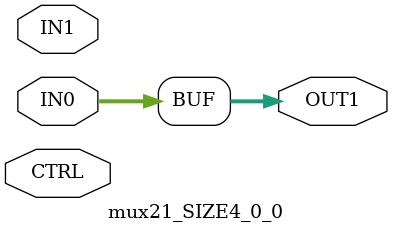
<source format=v>
module mux21_SIZE4_0_0 ( IN0, IN1, CTRL, OUT1 );
  input [3:0] IN0;
  input [3:0] IN1;
  output [3:0] OUT1;
  input CTRL;
  assign OUT1[3] = IN0[3];
  assign OUT1[2] = IN0[2];
  assign OUT1[1] = IN0[1];
  assign OUT1[0] = IN0[0];
endmodule
</source>
